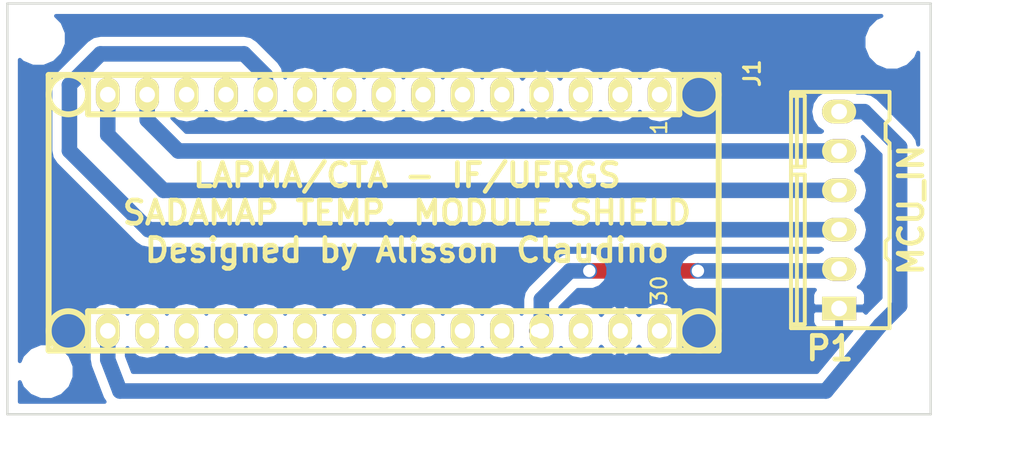
<source format=kicad_pcb>
(kicad_pcb (version 4) (host pcbnew 4.0.7-e2-6376~58~ubuntu14.04.1)

  (general
    (links 7)
    (no_connects 0)
    (area 114.042857 89.175 191.35 123.450001)
    (thickness 1.6)
    (drawings 7)
    (tracks 30)
    (zones 0)
    (modules 6)
    (nets 7)
  )

  (page A4)
  (title_block
    (title "SADAMAP Temperature Sensor Module")
    (date 2018-03-07)
    (rev 1)
    (company "LAPMA/CTA - IF/UFRGS")
    (comment 2 "Projected and Designed by Alisson Claudino")
    (comment 3 "This shield has connections for the SADAMAP ADC/MCU Module")
    (comment 4 "This is a shield for the MAX31856 ThermoCoupler Reader Module.")
  )

  (layers
    (0 F.Cu signal)
    (31 B.Cu signal)
    (32 B.Adhes user)
    (33 F.Adhes user)
    (34 B.Paste user)
    (35 F.Paste user)
    (36 B.SilkS user)
    (37 F.SilkS user)
    (38 B.Mask user)
    (39 F.Mask user)
    (40 Dwgs.User user)
    (41 Cmts.User user)
    (42 Eco1.User user)
    (43 Eco2.User user)
    (44 Edge.Cuts user)
    (45 Margin user)
    (46 B.CrtYd user)
    (47 F.CrtYd user)
    (48 B.Fab user)
    (49 F.Fab user)
  )

  (setup
    (last_trace_width 1)
    (trace_clearance 0.6)
    (zone_clearance 0.6)
    (zone_45_only no)
    (trace_min 0.2)
    (segment_width 0.2)
    (edge_width 0.15)
    (via_size 1)
    (via_drill 0.8)
    (via_min_size 0.4)
    (via_min_drill 0.3)
    (uvia_size 0.3)
    (uvia_drill 0.1)
    (uvias_allowed no)
    (uvia_min_size 0.2)
    (uvia_min_drill 0.1)
    (pcb_text_width 0.3)
    (pcb_text_size 1.5 1.5)
    (mod_edge_width 0.15)
    (mod_text_size 1 1)
    (mod_text_width 0.15)
    (pad_size 1.524 1.524)
    (pad_drill 0.762)
    (pad_to_mask_clearance 0.2)
    (aux_axis_origin 122 118)
    (grid_origin 122 118)
    (visible_elements FFFFFF7F)
    (pcbplotparams
      (layerselection 0x00000_00000000)
      (usegerberextensions false)
      (excludeedgelayer true)
      (linewidth 0.100000)
      (plotframeref false)
      (viasonmask false)
      (mode 1)
      (useauxorigin false)
      (hpglpennumber 1)
      (hpglpenspeed 20)
      (hpglpendiameter 15)
      (hpglpenoverlay 2)
      (psnegative false)
      (psa4output false)
      (plotreference true)
      (plotvalue true)
      (plotinvisibletext false)
      (padsonsilk false)
      (subtractmaskfromsilk false)
      (outputformat 4)
      (mirror false)
      (drillshape 0)
      (scaleselection 1)
      (outputdirectory "/home/alissomc/SADAMAP/Circuits/TEMP_MODULE/Fabrication Files/Gerbers/"))
  )

  (net 0 "")
  (net 1 GND)
  (net 2 ~CS)
  (net 3 MOSI)
  (net 4 MISO)
  (net 5 SCK)
  (net 6 +5V)

  (net_class Default "This is the default net class."
    (clearance 0.6)
    (trace_width 1)
    (via_dia 1)
    (via_drill 0.8)
    (uvia_dia 0.3)
    (uvia_drill 0.1)
    (add_net +5V)
    (add_net GND)
    (add_net MISO)
    (add_net MOSI)
    (add_net SCK)
    (add_net ~CS)
  )

  (module w_conn_misc:arduino_nano_header (layer F.Cu) (tedit 5AA0784E) (tstamp 5AA074B4)
    (at 146.25 105 180)
    (descr "Arduino Nano Header")
    (tags Arduino)
    (path /5A9D6132)
    (fp_text reference J1 (at -23.75 9 270) (layer F.SilkS)
      (effects (font (size 1.016 1.016) (thickness 0.2032)))
    )
    (fp_text value MAX31856_ThermoCouple_Module (at 0 -1.27 180) (layer F.SilkS) hide
      (effects (font (size 1.016 0.889) (thickness 0.2032)))
    )
    (fp_text user 30 (at -17.75 -5 270) (layer F.SilkS)
      (effects (font (size 1 1) (thickness 0.15)))
    )
    (fp_text user 1 (at -17.75 5.5 270) (layer F.SilkS)
      (effects (font (size 1 1) (thickness 0.15)))
    )
    (fp_line (start 21.59 -8.89) (end -21.59 -8.89) (layer F.SilkS) (width 0.381))
    (fp_line (start -21.59 8.89) (end 21.59 8.89) (layer F.SilkS) (width 0.381))
    (fp_line (start -21.59 8.89) (end -21.59 -8.89) (layer F.SilkS) (width 0.381))
    (fp_line (start 21.59 8.89) (end 21.59 -8.89) (layer F.SilkS) (width 0.381))
    (fp_circle (center -20.32 -7.62) (end -21.59 -7.62) (layer F.SilkS) (width 0.381))
    (fp_circle (center -20.32 7.62) (end -21.59 7.62) (layer F.SilkS) (width 0.381))
    (fp_circle (center 20.32 -7.62) (end 21.59 -7.62) (layer F.SilkS) (width 0.381))
    (fp_circle (center 20.32 7.62) (end 21.59 7.62) (layer F.SilkS) (width 0.381))
    (fp_line (start 19.05 -6.35) (end -19.05 -6.35) (layer F.SilkS) (width 0.381))
    (fp_line (start -19.05 6.35) (end 19.05 6.35) (layer F.SilkS) (width 0.381))
    (fp_line (start 19.05 8.89) (end 19.05 6.35) (layer F.SilkS) (width 0.381))
    (fp_line (start 19.05 -6.35) (end 19.05 -8.89) (layer F.SilkS) (width 0.381))
    (fp_line (start -19.05 -8.89) (end -19.05 -6.35) (layer F.SilkS) (width 0.381))
    (fp_line (start -19.05 8.89) (end -19.05 6.35) (layer F.SilkS) (width 0.381))
    (pad 1 thru_hole oval (at -17.78 7.62 180) (size 1.524 2.19964) (drill 1.00076) (layers *.Cu *.Mask F.SilkS))
    (pad 2 thru_hole oval (at -15.24 7.62 180) (size 1.524 2.19964) (drill 1.00076) (layers *.Cu *.Mask F.SilkS))
    (pad 3 thru_hole oval (at -12.7 7.62 180) (size 1.524 2.19964) (drill 1.00076) (layers *.Cu *.Mask F.SilkS))
    (pad 4 thru_hole oval (at -10.16 7.62 180) (size 1.524 2.19964) (drill 1.00076) (layers *.Cu *.Mask F.SilkS)
      (net 1 GND))
    (pad 5 thru_hole oval (at -7.62 7.62 180) (size 1.524 2.19964) (drill 1.00076) (layers *.Cu *.Mask F.SilkS))
    (pad 6 thru_hole oval (at -5.08 7.62 180) (size 1.524 2.19964) (drill 1.00076) (layers *.Cu *.Mask F.SilkS))
    (pad 7 thru_hole oval (at -2.54 7.62 180) (size 1.524 2.19964) (drill 1.00076) (layers *.Cu *.Mask F.SilkS))
    (pad 8 thru_hole oval (at 0 7.62 180) (size 1.524 2.19964) (drill 1.00076) (layers *.Cu *.Mask F.SilkS))
    (pad 9 thru_hole oval (at 2.54 7.62 180) (size 1.524 2.19964) (drill 1.00076) (layers *.Cu *.Mask F.SilkS))
    (pad 10 thru_hole oval (at 5.08 7.62 180) (size 1.524 2.19964) (drill 1.00076) (layers *.Cu *.Mask F.SilkS))
    (pad 11 thru_hole oval (at 7.62 7.62 180) (size 1.524 2.19964) (drill 1.00076) (layers *.Cu *.Mask F.SilkS)
      (net 2 ~CS))
    (pad 12 thru_hole oval (at 10.16 7.62 180) (size 1.524 2.19964) (drill 1.00076) (layers *.Cu *.Mask F.SilkS))
    (pad 13 thru_hole oval (at 12.7 7.62 180) (size 1.524 2.19964) (drill 1.00076) (layers *.Cu *.Mask F.SilkS))
    (pad 14 thru_hole oval (at 15.24 7.62 180) (size 1.524 2.19964) (drill 1.00076) (layers *.Cu *.Mask F.SilkS)
      (net 3 MOSI))
    (pad 15 thru_hole oval (at 17.78 7.62 180) (size 1.524 2.19964) (drill 1.00076) (layers *.Cu *.Mask F.SilkS)
      (net 4 MISO))
    (pad 16 thru_hole oval (at 17.78 -7.62 180) (size 1.524 2.19964) (drill 1.00076) (layers *.Cu *.Mask F.SilkS)
      (net 5 SCK))
    (pad 17 thru_hole oval (at 15.24 -7.62 180) (size 1.524 2.19964) (drill 1.00076) (layers *.Cu *.Mask F.SilkS))
    (pad 18 thru_hole oval (at 12.7 -7.62 180) (size 1.524 2.19964) (drill 1.00076) (layers *.Cu *.Mask F.SilkS))
    (pad 19 thru_hole oval (at 10.16 -7.62 180) (size 1.524 2.19964) (drill 1.00076) (layers *.Cu *.Mask F.SilkS))
    (pad 20 thru_hole oval (at 7.62 -7.62 180) (size 1.524 2.1971) (drill 1.00076) (layers *.Cu *.Mask F.SilkS))
    (pad 21 thru_hole oval (at 5.08 -7.62 180) (size 1.524 2.1971) (drill 1.00076) (layers *.Cu *.Mask F.SilkS))
    (pad 22 thru_hole oval (at 2.54 -7.62 180) (size 1.524 2.1971) (drill 1.00076) (layers *.Cu *.Mask F.SilkS))
    (pad 23 thru_hole oval (at 0 -7.62 180) (size 1.524 2.1971) (drill 1.00076) (layers *.Cu *.Mask F.SilkS))
    (pad 24 thru_hole oval (at -2.54 -7.62 180) (size 1.524 2.1971) (drill 0.99822) (layers *.Cu *.Mask F.SilkS))
    (pad 25 thru_hole oval (at -5.08 -7.62 180) (size 1.524 2.1971) (drill 0.99822) (layers *.Cu *.Mask F.SilkS))
    (pad 26 thru_hole oval (at -7.62 -7.62 180) (size 1.524 2.1971) (drill 0.99822) (layers *.Cu *.Mask F.SilkS))
    (pad 27 thru_hole oval (at -10.16 -7.62 180) (size 1.524 2.1971) (drill 0.99822) (layers *.Cu *.Mask F.SilkS)
      (net 6 +5V))
    (pad 28 thru_hole oval (at -12.7 -7.62 180) (size 1.524 2.1971) (drill 0.99822) (layers *.Cu *.Mask F.SilkS))
    (pad 29 thru_hole oval (at -15.24 -7.62 180) (size 1.524 2.1971) (drill 0.99822) (layers *.Cu *.Mask F.SilkS)
      (net 1 GND))
    (pad 30 thru_hole oval (at -17.78 -7.62 180) (size 1.524 2.1971) (drill 0.99822) (layers *.Cu *.Mask F.SilkS))
    (model walter/conn_misc/arduino_nano_header.wrl
      (at (xyz 0 0 0))
      (scale (xyz 1 1 1))
      (rotate (xyz 0 0 0))
    )
  )

  (module Mounting_Holes:MountingHole_2.2mm_M2 (layer F.Cu) (tedit 5AA07654) (tstamp 5ABC70F5)
    (at 124 93.75)
    (descr "Mounting Hole 2.2mm, no annular, M2")
    (tags "mounting hole 2.2mm no annular m2")
    (fp_text reference REF** (at 0 -3.2) (layer F.SilkS) hide
      (effects (font (size 1 1) (thickness 0.15)))
    )
    (fp_text value MountingHole_2.2mm_M2 (at 0 3.2) (layer F.Fab) hide
      (effects (font (size 1 1) (thickness 0.15)))
    )
    (fp_circle (center 0 0) (end 2.2 0) (layer Cmts.User) (width 0.15))
    (fp_circle (center 0 0) (end 2.45 0) (layer F.CrtYd) (width 0.05))
    (pad 1 np_thru_hole circle (at 0 0) (size 2.2 2.2) (drill 2.2) (layers *.Cu *.Mask))
  )

  (module Mounting_Holes:MountingHole_2.2mm_M2 (layer F.Cu) (tedit 5AA07654) (tstamp 5ABC70E9)
    (at 124.5 115.25)
    (descr "Mounting Hole 2.2mm, no annular, M2")
    (tags "mounting hole 2.2mm no annular m2")
    (fp_text reference REF** (at 0 -3.2) (layer F.SilkS) hide
      (effects (font (size 1 1) (thickness 0.15)))
    )
    (fp_text value MountingHole_2.2mm_M2 (at 0 3.2) (layer F.Fab) hide
      (effects (font (size 1 1) (thickness 0.15)))
    )
    (fp_circle (center 0 0) (end 2.2 0) (layer Cmts.User) (width 0.15))
    (fp_circle (center 0 0) (end 2.45 0) (layer F.CrtYd) (width 0.05))
    (pad 1 np_thru_hole circle (at 0 0) (size 2.2 2.2) (drill 2.2) (layers *.Cu *.Mask))
  )

  (module Mounting_Holes:MountingHole_2.2mm_M2 (layer F.Cu) (tedit 5AA07654) (tstamp 5ABC70C5)
    (at 179 115.25)
    (descr "Mounting Hole 2.2mm, no annular, M2")
    (tags "mounting hole 2.2mm no annular m2")
    (fp_text reference REF** (at 0 -3.2) (layer F.SilkS) hide
      (effects (font (size 1 1) (thickness 0.15)))
    )
    (fp_text value MountingHole_2.2mm_M2 (at 0 3.2) (layer F.Fab) hide
      (effects (font (size 1 1) (thickness 0.15)))
    )
    (fp_circle (center 0 0) (end 2.2 0) (layer Cmts.User) (width 0.15))
    (fp_circle (center 0 0) (end 2.45 0) (layer F.CrtYd) (width 0.05))
    (pad 1 np_thru_hole circle (at 0 0) (size 2.2 2.2) (drill 2.2) (layers *.Cu *.Mask))
  )

  (module w_conn_kk100:kk100_22-23-2061 (layer F.Cu) (tedit 5AA0773A) (tstamp 5AA074BE)
    (at 175.675 104.825 90)
    (descr "6 pin vert. connector, Molex KK100 series")
    (path /5A9EE9E7)
    (fp_text reference P1 (at -8.925 -0.675 180) (layer F.SilkS)
      (effects (font (thickness 0.3048)))
    )
    (fp_text value MCU_IN (at 0 4.56946 90) (layer F.SilkS)
      (effects (font (thickness 0.3048)))
    )
    (fp_line (start 2.794 -2.286) (end 7.366 -2.286) (layer F.SilkS) (width 0.254))
    (fp_line (start 2.794 -2.794) (end 7.366 -2.794) (layer F.SilkS) (width 0.254))
    (fp_line (start 2.286 -2.794) (end -7.366 -2.794) (layer F.SilkS) (width 0.254))
    (fp_line (start 2.286 -2.286) (end -7.366 -2.286) (layer F.SilkS) (width 0.254))
    (fp_line (start -7.366 -2.286) (end -7.366 -3.175) (layer F.SilkS) (width 0.254))
    (fp_line (start 7.366 -2.286) (end 7.366 -3.175) (layer F.SilkS) (width 0.254))
    (fp_line (start 2.794 -2.286) (end 2.794 -3.175) (layer F.SilkS) (width 0.254))
    (fp_line (start 2.286 -2.286) (end 2.286 -3.175) (layer F.SilkS) (width 0.254))
    (fp_line (start -7.62 -3.175) (end 7.62 -3.175) (layer F.SilkS) (width 0.254))
    (fp_line (start -1.778 3.175) (end 4.318 3.175) (layer F.SilkS) (width 0.254))
    (fp_line (start -3.302 3.175) (end -7.62 3.175) (layer F.SilkS) (width 0.254))
    (fp_line (start 4.572 2.921) (end 5.588 2.921) (layer F.SilkS) (width 0.254))
    (fp_line (start 4.572 2.921) (end 4.318 3.175) (layer F.SilkS) (width 0.254))
    (fp_line (start 5.588 2.921) (end 5.842 3.175) (layer F.SilkS) (width 0.254))
    (fp_line (start 5.842 3.175) (end 7.62 3.175) (layer F.SilkS) (width 0.254))
    (fp_line (start -2.032 2.921) (end -1.778 3.175) (layer F.SilkS) (width 0.254))
    (fp_line (start -3.048 2.921) (end -3.302 3.175) (layer F.SilkS) (width 0.254))
    (fp_line (start -3.048 2.921) (end -2.032 2.921) (layer F.SilkS) (width 0.254))
    (fp_line (start 7.62 -3.175) (end 7.62 3.175) (layer F.SilkS) (width 0.254))
    (fp_line (start -7.62 3.175) (end -7.62 -3.175) (layer F.SilkS) (width 0.254))
    (pad 4 thru_hole oval (at 1.27 -0.0762 90) (size 1.524 2.1971) (drill 1.016) (layers *.Cu *.Mask F.SilkS)
      (net 4 MISO))
    (pad 3 thru_hole oval (at -1.27 -0.0762 90) (size 1.524 2.1971) (drill 1.016) (layers *.Cu *.Mask F.SilkS)
      (net 2 ~CS))
    (pad 6 thru_hole oval (at 6.35 -0.0762 90) (size 1.524 2.1971) (drill 1.016) (layers *.Cu *.Mask F.SilkS)
      (net 5 SCK))
    (pad 5 thru_hole oval (at 3.81 -0.0762 90) (size 1.524 2.1971) (drill 1.016) (layers *.Cu *.Mask F.SilkS)
      (net 3 MOSI))
    (pad 1 thru_hole rect (at -6.35 -0.0762 90) (size 1.524 2.1971) (drill 1.016) (layers *.Cu *.Mask F.SilkS)
      (net 1 GND))
    (pad 2 thru_hole oval (at -3.81 -0.0762 90) (size 1.524 2.1971) (drill 1.016) (layers *.Cu *.Mask F.SilkS)
      (net 6 +5V))
    (model walter/conn_kk100/22-23-2061.wrl
      (at (xyz 0 0 0))
      (scale (xyz 1 1 1))
      (rotate (xyz 0 0 0))
    )
  )

  (module Mounting_Holes:MountingHole_2.2mm_M2 (layer F.Cu) (tedit 5AA07658) (tstamp 5AA07631)
    (at 179 94)
    (descr "Mounting Hole 2.2mm, no annular, M2")
    (tags "mounting hole 2.2mm no annular m2")
    (fp_text reference REF** (at 0 -3.2) (layer F.SilkS) hide
      (effects (font (size 1 1) (thickness 0.15)))
    )
    (fp_text value MountingHole_2.2mm_M2 (at 0 3.2) (layer F.Fab) hide
      (effects (font (size 1 1) (thickness 0.15)))
    )
    (fp_circle (center 0 0) (end 2.2 0) (layer Cmts.User) (width 0.15))
    (fp_circle (center 0 0) (end 2.45 0) (layer F.CrtYd) (width 0.05))
    (pad 1 np_thru_hole circle (at 0 0) (size 2.2 2.2) (drill 2.2) (layers *.Cu *.Mask))
  )

  (dimension 59.5 (width 0.3) (layer Margin)
    (gr_text "59,500 mm" (at 151.75 122.1) (layer Margin)
      (effects (font (size 1.5 1.5) (thickness 0.3)))
    )
    (feature1 (pts (xy 181.5 118) (xy 181.5 123.45)))
    (feature2 (pts (xy 122 118) (xy 122 123.45)))
    (crossbar (pts (xy 122 120.75) (xy 181.5 120.75)))
    (arrow1a (pts (xy 181.5 120.75) (xy 180.373496 121.336421)))
    (arrow1b (pts (xy 181.5 120.75) (xy 180.373496 120.163579)))
    (arrow2a (pts (xy 122 120.75) (xy 123.126504 121.336421)))
    (arrow2b (pts (xy 122 120.75) (xy 123.126504 120.163579)))
  )
  (dimension 26.5 (width 0.3) (layer Margin)
    (gr_text "26,500 mm" (at 184.85 104.75 90) (layer Margin)
      (effects (font (size 1.5 1.5) (thickness 0.3)))
    )
    (feature1 (pts (xy 181.5 91.5) (xy 186.2 91.5)))
    (feature2 (pts (xy 181.5 118) (xy 186.2 118)))
    (crossbar (pts (xy 183.5 118) (xy 183.5 91.5)))
    (arrow1a (pts (xy 183.5 91.5) (xy 184.086421 92.626504)))
    (arrow1b (pts (xy 183.5 91.5) (xy 182.913579 92.626504)))
    (arrow2a (pts (xy 183.5 118) (xy 184.086421 116.873496)))
    (arrow2b (pts (xy 183.5 118) (xy 182.913579 116.873496)))
  )
  (gr_text "LAPMA/CTA - IF/UFRGS\nSADAMAP TEMP. MODULE SHIELD\nDesigned by Alisson Claudino" (at 147.75 105) (layer F.SilkS)
    (effects (font (size 1.5 1.5) (thickness 0.3)))
  )
  (gr_line (start 181.5 91.5) (end 181.5 118) (angle 90) (layer Edge.Cuts) (width 0.15))
  (gr_line (start 122 91.5) (end 181.5 91.5) (angle 90) (layer Edge.Cuts) (width 0.15))
  (gr_line (start 122 118) (end 122 91.5) (angle 90) (layer Edge.Cuts) (width 0.15))
  (gr_line (start 181.5 118) (end 122 118) (angle 90) (layer Edge.Cuts) (width 0.15))

  (segment (start 175.5988 106.095) (end 131.095 106.095) (width 1) (layer B.Cu) (net 2) (status 10))
  (segment (start 138.63 96.13) (end 138.63 97.38) (width 1) (layer B.Cu) (net 2) (tstamp 5AA07A64) (status 20))
  (segment (start 137.25 94.75) (end 138.63 96.13) (width 1) (layer B.Cu) (net 2) (tstamp 5AA07A63))
  (segment (start 128 94.75) (end 137.25 94.75) (width 1) (layer B.Cu) (net 2) (tstamp 5AA07A62))
  (segment (start 126 96.75) (end 128 94.75) (width 1) (layer B.Cu) (net 2) (tstamp 5AA07A61))
  (segment (start 126 101) (end 126 96.75) (width 1) (layer B.Cu) (net 2) (tstamp 5AA07A60))
  (segment (start 131.095 106.095) (end 126 101) (width 1) (layer B.Cu) (net 2) (tstamp 5AA07A5E))
  (segment (start 175.5988 101.015) (end 133.015 101.015) (width 1) (layer B.Cu) (net 3) (status 10))
  (segment (start 131.01 99.01) (end 131.01 97.38) (width 1) (layer B.Cu) (net 3) (tstamp 5AA07A55) (status 20))
  (segment (start 133.015 101.015) (end 131.01 99.01) (width 1) (layer B.Cu) (net 3) (tstamp 5AA07A54))
  (segment (start 175.5988 103.555) (end 132.055 103.555) (width 1) (layer B.Cu) (net 4) (status 10))
  (segment (start 128.47 99.97) (end 128.47 97.38) (width 1) (layer B.Cu) (net 4) (tstamp 5AA07A5B) (status 20))
  (segment (start 132.055 103.555) (end 128.47 99.97) (width 1) (layer B.Cu) (net 4) (tstamp 5AA07A5A))
  (segment (start 177.225 98.475) (end 179.5 100.75) (width 1) (layer B.Cu) (net 5))
  (segment (start 178.25 112.25) (end 174.75 116.5) (width 1) (layer B.Cu) (net 5) (tstamp 5AA07A69))
  (segment (start 174.75 116.5) (end 129.25 116.5) (width 1) (layer B.Cu) (net 5) (tstamp 5AA07A6A))
  (segment (start 129.25 116.5) (end 128.47 114.47) (width 1) (layer B.Cu) (net 5) (tstamp 5AA07A6B))
  (segment (start 128.47 112.62) (end 128.47 114.47) (width 1) (layer B.Cu) (net 5) (tstamp 5AA07A6C) (status 10))
  (segment (start 177.225 98.475) (end 175.5988 98.475) (width 1) (layer B.Cu) (net 5) (status 20))
  (segment (start 179.5 111) (end 178.25 112.25) (width 1) (layer B.Cu) (net 5) (tstamp 5AA07A89))
  (segment (start 179.5 100.75) (end 179.5 111) (width 1) (layer B.Cu) (net 5) (tstamp 5AA07A88))
  (segment (start 159.5 108.75) (end 158.25 108.75) (width 1) (layer B.Cu) (net 6))
  (segment (start 156.41 112.62) (end 156.41 110.59) (width 1) (layer B.Cu) (net 6) (tstamp 5AA07A7E) (status 10))
  (via (at 159.5 108.75) (size 1) (drill 0.8) (layers F.Cu B.Cu) (net 6))
  (segment (start 166.5 108.75) (end 159.5 108.75) (width 1) (layer F.Cu) (net 6) (tstamp 5AA07E22))
  (via (at 166.5 108.75) (size 1) (drill 0.8) (layers F.Cu B.Cu) (net 6))
  (segment (start 166.5 108.75) (end 175.4838 108.75) (width 1) (layer B.Cu) (net 6) (tstamp 5AA07E0B) (status 20))
  (segment (start 158.25 108.75) (end 156.41 110.59) (width 1) (layer B.Cu) (net 6) (tstamp 5AA07E27))
  (segment (start 175.5988 108.635) (end 175.4838 108.75) (width 1) (layer B.Cu) (net 6) (status 30))
  (via (at 156.1211 112.6236) (size 1) (drill 0.8) (layers F.Cu B.Cu) (net 6) (status 30))

  (zone (net 1) (net_name GND) (layer B.Cu) (tstamp 5AA076BB) (hatch edge 0.508)
    (connect_pads (clearance 0.6))
    (min_thickness 0.254)
    (fill yes (arc_segments 16) (thermal_gap 0.508) (thermal_bridge_width 0.508))
    (polygon
      (pts
        (xy 181.5 118) (xy 122 118) (xy 122 91.5) (xy 181.5 91.5)
      )
    )
    (filled_polygon
      (pts
        (xy 177.96644 92.450242) (xy 177.452048 92.963736) (xy 177.173318 93.634993) (xy 177.172684 94.361818) (xy 177.450242 95.03356)
        (xy 177.963736 95.547952) (xy 178.634993 95.826682) (xy 179.361818 95.827316) (xy 180.03356 95.549758) (xy 180.547952 95.036264)
        (xy 180.698 94.674908) (xy 180.698 100.604207) (xy 180.6336 100.280447) (xy 180.36762 99.88238) (xy 178.09262 97.60738)
        (xy 177.694553 97.3414) (xy 177.225 97.248) (xy 176.763411 97.248) (xy 176.540931 97.099343) (xy 175.971115 96.986)
        (xy 175.226485 96.986) (xy 174.656669 97.099343) (xy 174.173603 97.422118) (xy 173.850828 97.905184) (xy 173.737485 98.475)
        (xy 173.850828 99.044816) (xy 174.173603 99.527882) (xy 174.498542 99.745) (xy 174.434189 99.788) (xy 133.52324 99.788)
        (xy 132.63157 98.89633) (xy 132.980184 99.129267) (xy 133.55 99.24261) (xy 134.119816 99.129267) (xy 134.602882 98.806492)
        (xy 134.82 98.481553) (xy 135.037118 98.806492) (xy 135.520184 99.129267) (xy 136.09 99.24261) (xy 136.659816 99.129267)
        (xy 137.142882 98.806492) (xy 137.36 98.481553) (xy 137.577118 98.806492) (xy 138.060184 99.129267) (xy 138.63 99.24261)
        (xy 139.199816 99.129267) (xy 139.682882 98.806492) (xy 139.9 98.481553) (xy 140.117118 98.806492) (xy 140.600184 99.129267)
        (xy 141.17 99.24261) (xy 141.739816 99.129267) (xy 142.222882 98.806492) (xy 142.44 98.481553) (xy 142.657118 98.806492)
        (xy 143.140184 99.129267) (xy 143.71 99.24261) (xy 144.279816 99.129267) (xy 144.762882 98.806492) (xy 144.98 98.481553)
        (xy 145.197118 98.806492) (xy 145.680184 99.129267) (xy 146.25 99.24261) (xy 146.819816 99.129267) (xy 147.302882 98.806492)
        (xy 147.52 98.481553) (xy 147.737118 98.806492) (xy 148.220184 99.129267) (xy 148.79 99.24261) (xy 149.359816 99.129267)
        (xy 149.842882 98.806492) (xy 150.06 98.481553) (xy 150.277118 98.806492) (xy 150.760184 99.129267) (xy 151.33 99.24261)
        (xy 151.899816 99.129267) (xy 152.382882 98.806492) (xy 152.6 98.481553) (xy 152.817118 98.806492) (xy 153.300184 99.129267)
        (xy 153.87 99.24261) (xy 154.439816 99.129267) (xy 154.922882 98.806492) (xy 155.193536 98.401431) (xy 155.511974 98.79545)
        (xy 155.992723 99.05708) (xy 156.06693 99.07204) (xy 156.283 98.94954) (xy 156.283 97.507) (xy 156.263 97.507)
        (xy 156.263 97.253) (xy 156.283 97.253) (xy 156.283 95.81046) (xy 156.537 95.81046) (xy 156.537 97.253)
        (xy 156.557 97.253) (xy 156.557 97.507) (xy 156.537 97.507) (xy 156.537 98.94954) (xy 156.75307 99.07204)
        (xy 156.827277 99.05708) (xy 157.308026 98.79545) (xy 157.626464 98.401431) (xy 157.897118 98.806492) (xy 158.380184 99.129267)
        (xy 158.95 99.24261) (xy 159.519816 99.129267) (xy 160.002882 98.806492) (xy 160.22 98.481553) (xy 160.437118 98.806492)
        (xy 160.920184 99.129267) (xy 161.49 99.24261) (xy 162.059816 99.129267) (xy 162.542882 98.806492) (xy 162.76 98.481553)
        (xy 162.977118 98.806492) (xy 163.460184 99.129267) (xy 164.03 99.24261) (xy 164.599816 99.129267) (xy 165.082882 98.806492)
        (xy 165.405657 98.323426) (xy 165.519 97.75361) (xy 165.519 97.00639) (xy 165.405657 96.436574) (xy 165.082882 95.953508)
        (xy 164.599816 95.630733) (xy 164.03 95.51739) (xy 163.460184 95.630733) (xy 162.977118 95.953508) (xy 162.76 96.278447)
        (xy 162.542882 95.953508) (xy 162.059816 95.630733) (xy 161.49 95.51739) (xy 160.920184 95.630733) (xy 160.437118 95.953508)
        (xy 160.22 96.278447) (xy 160.002882 95.953508) (xy 159.519816 95.630733) (xy 158.95 95.51739) (xy 158.380184 95.630733)
        (xy 157.897118 95.953508) (xy 157.626464 96.358569) (xy 157.308026 95.96455) (xy 156.827277 95.70292) (xy 156.75307 95.68796)
        (xy 156.537 95.81046) (xy 156.283 95.81046) (xy 156.06693 95.68796) (xy 155.992723 95.70292) (xy 155.511974 95.96455)
        (xy 155.193536 96.358569) (xy 154.922882 95.953508) (xy 154.439816 95.630733) (xy 153.87 95.51739) (xy 153.300184 95.630733)
        (xy 152.817118 95.953508) (xy 152.6 96.278447) (xy 152.382882 95.953508) (xy 151.899816 95.630733) (xy 151.33 95.51739)
        (xy 150.760184 95.630733) (xy 150.277118 95.953508) (xy 150.06 96.278447) (xy 149.842882 95.953508) (xy 149.359816 95.630733)
        (xy 148.79 95.51739) (xy 148.220184 95.630733) (xy 147.737118 95.953508) (xy 147.52 96.278447) (xy 147.302882 95.953508)
        (xy 146.819816 95.630733) (xy 146.25 95.51739) (xy 145.680184 95.630733) (xy 145.197118 95.953508) (xy 144.98 96.278447)
        (xy 144.762882 95.953508) (xy 144.279816 95.630733) (xy 143.71 95.51739) (xy 143.140184 95.630733) (xy 142.657118 95.953508)
        (xy 142.44 96.278447) (xy 142.222882 95.953508) (xy 141.739816 95.630733) (xy 141.17 95.51739) (xy 140.600184 95.630733)
        (xy 140.117118 95.953508) (xy 139.9 96.278447) (xy 139.857 96.214094) (xy 139.857 96.13) (xy 139.763601 95.660448)
        (xy 139.49762 95.26238) (xy 138.11762 93.88238) (xy 137.719553 93.6164) (xy 137.25 93.523) (xy 128 93.523)
        (xy 127.530447 93.6164) (xy 127.13238 93.88238) (xy 125.13238 95.88238) (xy 124.8664 96.280447) (xy 124.773 96.75)
        (xy 124.773 101) (xy 124.8664 101.469553) (xy 125.13238 101.86762) (xy 130.22738 106.96262) (xy 130.625447 107.2286)
        (xy 131.095 107.322) (xy 174.434189 107.322) (xy 174.498542 107.365) (xy 174.262079 107.523) (xy 166.5 107.523)
        (xy 166.257005 107.522788) (xy 165.805869 107.709194) (xy 165.460407 108.054053) (xy 165.273214 108.504864) (xy 165.272788 108.992995)
        (xy 165.459194 109.444131) (xy 165.804053 109.789593) (xy 166.254864 109.976786) (xy 166.5 109.977) (xy 166.500075 109.977)
        (xy 166.742995 109.977212) (xy 166.743508 109.977) (xy 174.038225 109.977) (xy 173.961923 110.053302) (xy 173.86525 110.286691)
        (xy 173.86525 110.88925) (xy 174.024 111.048) (xy 175.4718 111.048) (xy 175.4718 111.028) (xy 175.7258 111.028)
        (xy 175.7258 111.048) (xy 177.1736 111.048) (xy 177.33235 110.88925) (xy 177.33235 110.286691) (xy 177.235677 110.053302)
        (xy 177.057049 109.874673) (xy 176.864073 109.79474) (xy 177.023997 109.687882) (xy 177.346772 109.204816) (xy 177.460115 108.635)
        (xy 177.346772 108.065184) (xy 177.023997 107.582118) (xy 176.699058 107.365) (xy 177.023997 107.147882) (xy 177.346772 106.664816)
        (xy 177.460115 106.095) (xy 177.346772 105.525184) (xy 177.023997 105.042118) (xy 176.699058 104.825) (xy 177.023997 104.607882)
        (xy 177.346772 104.124816) (xy 177.460115 103.555) (xy 177.346772 102.985184) (xy 177.023997 102.502118) (xy 176.699058 102.285)
        (xy 177.023997 102.067882) (xy 177.346772 101.584816) (xy 177.460115 101.015) (xy 177.346772 100.445184) (xy 177.11888 100.10412)
        (xy 178.273 101.25824) (xy 178.273 110.49176) (xy 177.38238 111.38238) (xy 177.349147 111.432117) (xy 177.324156 111.452556)
        (xy 177.1736 111.302) (xy 175.7258 111.302) (xy 175.7258 112.41325) (xy 175.88455 112.572) (xy 176.395302 112.572)
        (xy 174.170949 115.273) (xy 130.093 115.273) (xy 129.697 114.242384) (xy 129.697 113.785906) (xy 129.74 113.721553)
        (xy 129.957118 114.046492) (xy 130.440184 114.369267) (xy 131.01 114.48261) (xy 131.579816 114.369267) (xy 132.062882 114.046492)
        (xy 132.28 113.721553) (xy 132.497118 114.046492) (xy 132.980184 114.369267) (xy 133.55 114.48261) (xy 134.119816 114.369267)
        (xy 134.602882 114.046492) (xy 134.82 113.721553) (xy 135.037118 114.046492) (xy 135.520184 114.369267) (xy 136.09 114.48261)
        (xy 136.659816 114.369267) (xy 137.142882 114.046492) (xy 137.360433 113.720905) (xy 137.577118 114.045197) (xy 138.060184 114.367972)
        (xy 138.63 114.481315) (xy 139.199816 114.367972) (xy 139.682882 114.045197) (xy 139.9 113.720258) (xy 140.117118 114.045197)
        (xy 140.600184 114.367972) (xy 141.17 114.481315) (xy 141.739816 114.367972) (xy 142.222882 114.045197) (xy 142.44 113.720258)
        (xy 142.657118 114.045197) (xy 143.140184 114.367972) (xy 143.71 114.481315) (xy 144.279816 114.367972) (xy 144.762882 114.045197)
        (xy 144.98 113.720258) (xy 145.197118 114.045197) (xy 145.680184 114.367972) (xy 146.25 114.481315) (xy 146.819816 114.367972)
        (xy 147.302882 114.045197) (xy 147.52 113.720258) (xy 147.737118 114.045197) (xy 148.220184 114.367972) (xy 148.79 114.481315)
        (xy 149.359816 114.367972) (xy 149.842882 114.045197) (xy 150.06 113.720258) (xy 150.277118 114.045197) (xy 150.760184 114.367972)
        (xy 151.33 114.481315) (xy 151.899816 114.367972) (xy 152.382882 114.045197) (xy 152.6 113.720258) (xy 152.817118 114.045197)
        (xy 153.300184 114.367972) (xy 153.87 114.481315) (xy 154.439816 114.367972) (xy 154.922882 114.045197) (xy 155.14 113.720258)
        (xy 155.357118 114.045197) (xy 155.840184 114.367972) (xy 156.41 114.481315) (xy 156.979816 114.367972) (xy 157.462882 114.045197)
        (xy 157.68 113.720258) (xy 157.897118 114.045197) (xy 158.380184 114.367972) (xy 158.95 114.481315) (xy 159.519816 114.367972)
        (xy 160.002882 114.045197) (xy 160.273527 113.640149) (xy 160.591974 114.03418) (xy 161.072723 114.29581) (xy 161.14693 114.31077)
        (xy 161.363 114.18827) (xy 161.363 112.747) (xy 161.343 112.747) (xy 161.343 112.493) (xy 161.363 112.493)
        (xy 161.363 111.05173) (xy 161.617 111.05173) (xy 161.617 112.493) (xy 161.637 112.493) (xy 161.637 112.747)
        (xy 161.617 112.747) (xy 161.617 114.18827) (xy 161.83307 114.31077) (xy 161.907277 114.29581) (xy 162.388026 114.03418)
        (xy 162.706473 113.640149) (xy 162.977118 114.045197) (xy 163.460184 114.367972) (xy 164.03 114.481315) (xy 164.599816 114.367972)
        (xy 165.082882 114.045197) (xy 165.405657 113.562131) (xy 165.519 112.992315) (xy 165.519 112.247685) (xy 165.405657 111.677869)
        (xy 165.260583 111.46075) (xy 173.86525 111.46075) (xy 173.86525 112.063309) (xy 173.961923 112.296698) (xy 174.140551 112.475327)
        (xy 174.37394 112.572) (xy 175.31305 112.572) (xy 175.4718 112.41325) (xy 175.4718 111.302) (xy 174.024 111.302)
        (xy 173.86525 111.46075) (xy 165.260583 111.46075) (xy 165.082882 111.194803) (xy 164.599816 110.872028) (xy 164.03 110.758685)
        (xy 163.460184 110.872028) (xy 162.977118 111.194803) (xy 162.706473 111.599851) (xy 162.388026 111.20582) (xy 161.907277 110.94419)
        (xy 161.83307 110.92923) (xy 161.617 111.05173) (xy 161.363 111.05173) (xy 161.14693 110.92923) (xy 161.072723 110.94419)
        (xy 160.591974 111.20582) (xy 160.273527 111.599851) (xy 160.002882 111.194803) (xy 159.519816 110.872028) (xy 158.95 110.758685)
        (xy 158.380184 110.872028) (xy 157.897118 111.194803) (xy 157.68 111.519742) (xy 157.637 111.455389) (xy 157.637 111.09824)
        (xy 158.75824 109.977) (xy 159.5 109.977) (xy 159.742995 109.977212) (xy 160.194131 109.790806) (xy 160.539593 109.445947)
        (xy 160.726786 108.995136) (xy 160.727212 108.507005) (xy 160.540806 108.055869) (xy 160.195947 107.710407) (xy 159.745136 107.523214)
        (xy 159.5 107.523) (xy 159.499925 107.523) (xy 159.257005 107.522788) (xy 159.256492 107.523) (xy 158.25 107.523)
        (xy 157.780447 107.6164) (xy 157.639756 107.710407) (xy 157.38238 107.88238) (xy 155.54238 109.72238) (xy 155.2764 110.120447)
        (xy 155.183 110.59) (xy 155.183 111.455389) (xy 155.14 111.519742) (xy 154.922882 111.194803) (xy 154.439816 110.872028)
        (xy 153.87 110.758685) (xy 153.300184 110.872028) (xy 152.817118 111.194803) (xy 152.6 111.519742) (xy 152.382882 111.194803)
        (xy 151.899816 110.872028) (xy 151.33 110.758685) (xy 150.760184 110.872028) (xy 150.277118 111.194803) (xy 150.06 111.519742)
        (xy 149.842882 111.194803) (xy 149.359816 110.872028) (xy 148.79 110.758685) (xy 148.220184 110.872028) (xy 147.737118 111.194803)
        (xy 147.52 111.519742) (xy 147.302882 111.194803) (xy 146.819816 110.872028) (xy 146.25 110.758685) (xy 145.680184 110.872028)
        (xy 145.197118 111.194803) (xy 144.98 111.519742) (xy 144.762882 111.194803) (xy 144.279816 110.872028) (xy 143.71 110.758685)
        (xy 143.140184 110.872028) (xy 142.657118 111.194803) (xy 142.44 111.519742) (xy 142.222882 111.194803) (xy 141.739816 110.872028)
        (xy 141.17 110.758685) (xy 140.600184 110.872028) (xy 140.117118 111.194803) (xy 139.9 111.519742) (xy 139.682882 111.194803)
        (xy 139.199816 110.872028) (xy 138.63 110.758685) (xy 138.060184 110.872028) (xy 137.577118 111.194803) (xy 137.360433 111.519095)
        (xy 137.142882 111.193508) (xy 136.659816 110.870733) (xy 136.09 110.75739) (xy 135.520184 110.870733) (xy 135.037118 111.193508)
        (xy 134.82 111.518447) (xy 134.602882 111.193508) (xy 134.119816 110.870733) (xy 133.55 110.75739) (xy 132.980184 110.870733)
        (xy 132.497118 111.193508) (xy 132.28 111.518447) (xy 132.062882 111.193508) (xy 131.579816 110.870733) (xy 131.01 110.75739)
        (xy 130.440184 110.870733) (xy 129.957118 111.193508) (xy 129.74 111.518447) (xy 129.522882 111.193508) (xy 129.039816 110.870733)
        (xy 128.47 110.75739) (xy 127.900184 110.870733) (xy 127.417118 111.193508) (xy 127.094343 111.676574) (xy 126.981 112.24639)
        (xy 126.981 112.99361) (xy 127.094343 113.563426) (xy 127.243 113.785906) (xy 127.243 114.47) (xy 127.286666 114.689522)
        (xy 127.32464 114.910089) (xy 128.104639 116.940089) (xy 128.113253 116.953731) (xy 128.1164 116.969553) (xy 128.240744 117.155647)
        (xy 128.267486 117.198) (xy 122.802 117.198) (xy 122.802 115.924787) (xy 122.950242 116.28356) (xy 123.463736 116.797952)
        (xy 124.134993 117.076682) (xy 124.861818 117.077316) (xy 125.53356 116.799758) (xy 126.047952 116.286264) (xy 126.326682 115.615007)
        (xy 126.327316 114.888182) (xy 126.049758 114.21644) (xy 125.536264 113.702048) (xy 124.865007 113.423318) (xy 124.138182 113.422684)
        (xy 123.46644 113.700242) (xy 122.952048 114.213736) (xy 122.802 114.575092) (xy 122.802 95.135933) (xy 122.963736 95.297952)
        (xy 123.634993 95.576682) (xy 124.361818 95.577316) (xy 125.03356 95.299758) (xy 125.547952 94.786264) (xy 125.826682 94.115007)
        (xy 125.827316 93.388182) (xy 125.549758 92.71644) (xy 125.136042 92.302) (xy 178.325213 92.302)
      )
    )
  )
)

</source>
